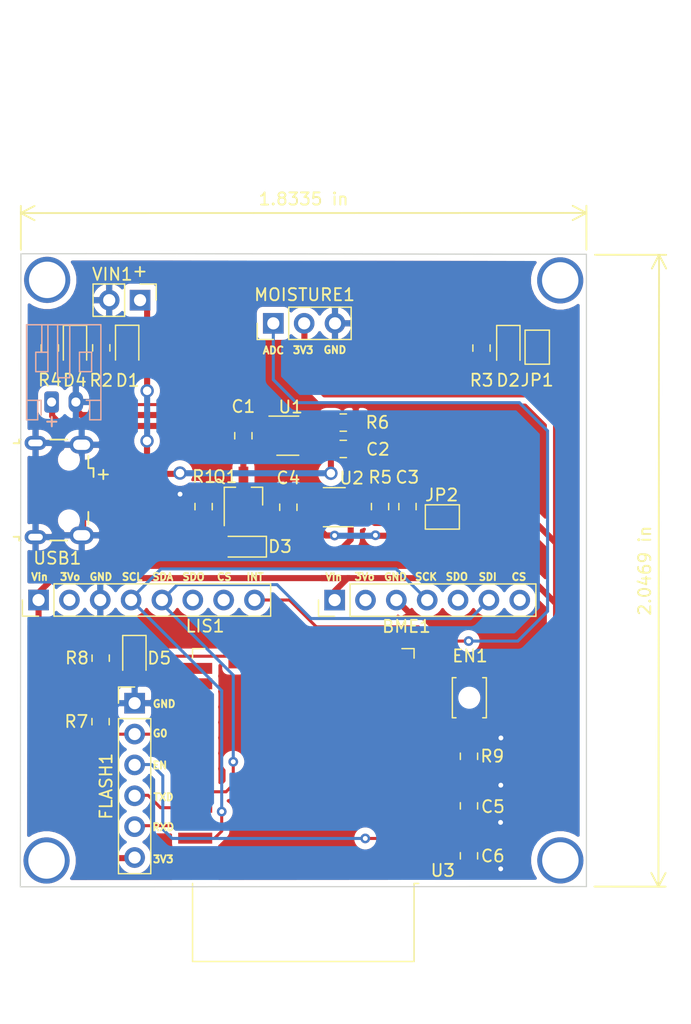
<source format=kicad_pcb>
(kicad_pcb (version 20171130) (host pcbnew "(5.1.9)-1")
  (layers (0 F.Cu signal) (31 B.Cu signal) (34 B.Paste user hide) (35 F.Paste user hide) (36 B.SilkS user) (37 F.SilkS user) (38 B.Mask user hide) (39 F.Mask user) (44 Edge.Cuts user))
  (net 0 "")
  (net 1 GND)
  (net 2 +BATT)
  (net 3 VBUS)
  (net 4 +3V3)
  (net 5 EN)
  (net 6 "Net-(D1-Pad1)")
  (net 7 IO2)
  (net 8 "Net-(D5-Pad1)")
  (net 9 SDA)
  (net 10 SCL)
  (net 11 TX0)
  (net 12 RX0)
  (net 13 IO0)
  (net 14 "Net-(R5-Pad1)")
  (net 15 "Net-(D4-Pad2)")
  (net 16 "Net-(U2-Pad4)")
  (net 17 "Net-(U3-Pad32)")
  (net 18 "Net-(BME1-Pad7)")
  (net 19 "Net-(BME1-Pad5)")
  (net 20 "Net-(BME1-Pad2)")
  (net 21 "Net-(C3-Pad1)")
  (net 22 "Net-(U3-Pad37)")
  (net 23 "Net-(U3-Pad31)")
  (net 24 "Net-(U3-Pad30)")
  (net 25 "Net-(U3-Pad29)")
  (net 26 "Net-(U3-Pad28)")
  (net 27 "Net-(U3-Pad27)")
  (net 28 "Net-(U3-Pad26)")
  (net 29 "Net-(U3-Pad23)")
  (net 30 "Net-(U3-Pad22)")
  (net 31 "Net-(U3-Pad21)")
  (net 32 "Net-(U3-Pad20)")
  (net 33 "Net-(U3-Pad19)")
  (net 34 "Net-(U3-Pad18)")
  (net 35 "Net-(U3-Pad17)")
  (net 36 "Net-(U3-Pad16)")
  (net 37 "Net-(U3-Pad14)")
  (net 38 "Net-(U3-Pad13)")
  (net 39 "Net-(U3-Pad12)")
  (net 40 "Net-(U3-Pad11)")
  (net 41 "Net-(U3-Pad10)")
  (net 42 "Net-(U3-Pad8)")
  (net 43 "Net-(U3-Pad7)")
  (net 44 "Net-(U3-Pad5)")
  (net 45 "Net-(U3-Pad4)")
  (net 46 "Net-(USB1-Pad4)")
  (net 47 "Net-(USB1-Pad3)")
  (net 48 "Net-(USB1-Pad2)")
  (net 49 "Net-(C4-Pad1)")
  (net 50 "Net-(D2-Pad2)")
  (net 51 "Net-(D2-Pad1)")
  (net 52 "Net-(R6-Pad1)")
  (net 53 INT)
  (net 54 "Net-(LIS1-Pad7)")
  (net 55 "Net-(LIS1-Pad6)")
  (net 56 "Net-(LIS1-Pad2)")
  (net 57 ADC1)
  (net 58 "Net-(D4-Pad1)")
  (module MountingHole:MountingHole_2.2mm_M2_DIN965_Pad (layer F.Cu) (at 127.68834 123.15444)
    (fp_text reference H4 hide)
    (fp_text value MountingHole)
    (pad 1 thru_hole circle (at 0 0) (size 3.8 3.8) (drill 3) (layers *.Cu *.Mask))
  )
  (module MountingHole:MountingHole_2.2mm_M2_DIN965_Pad (layer F.Cu) (at 169.99458 123.14682)
    (fp_text reference H3 hide)
    (fp_text value MountingHole)
    (pad 1 thru_hole circle (at 0 0) (size 3.8 3.8) (drill 3) (layers *.Cu *.Mask))
  )
  (module MountingHole:MountingHole_2.2mm_M2_DIN965_Pad (layer F.Cu) (at 169.98188 75.42022)
    (fp_text reference H2 hide)
    (fp_text value MountingHole)
    (pad 1 thru_hole circle (at 0 0) (size 3.8 3.8) (drill 3) (layers *.Cu *.Mask))
  )
  (module MountingHole:MountingHole_2.2mm_M2_DIN965_Pad (layer F.Cu) (at 127.73914 75.37704)
    (fp_text reference H1 hide)
    (fp_text value MountingHole)
    (pad 1 thru_hole circle (at 0 0) (size 3.8 3.8) (drill 3) (layers *.Cu *.Mask))
  )
  (module Connector_PinHeader_2.54mm:PinHeader_1x03_P2.54mm_Vertical (layer F.Cu) (at 146.35988 78.95336 90)
    (fp_text reference MOISTURE1 (at 2.35336 2.57012 180) (layer F.SilkS))
    (fp_text value MOISTURE)
    (pad 3 thru_hole oval (at 0 5.08 90) (size 1.7 1.7) (drill 1) (layers *.Cu *.Mask) (net 1 GND))
    (pad 2 thru_hole oval (at 0 2.54 90) (size 1.7 1.7) (drill 1) (layers *.Cu *.Mask) (net 4 +3V3))
    (pad 1 thru_hole rect (at 0 0 90) (size 1.7 1.7) (drill 1) (layers *.Cu *.Mask) (net 57 ADC1))
  )
  (module Diode_SMD:D_SOD-323_HandSoldering (layer F.Cu) (at 143.89068 97.3328 180)
    (fp_text reference D3 (at -3.02 0.01) (layer F.SilkS))
    (fp_text value 1A/23V/620mV)
    (pad 2 smd rect (at 1.25 0 180) (size 1 1) (layers F.Cu F.Paste F.Mask) (net 3 VBUS))
    (pad 1 smd rect (at -1.25 0 180) (size 1 1) (layers F.Cu F.Paste F.Mask) (net 49 "Net-(C4-Pad1)"))
  )
  (module LED_SMD:LED_0805_2012Metric_Pad1.15x1.40mm_HandSolder (layer F.Cu) (at 165.71 80.99 270)
    (fp_text reference D2 (at 2.65 0.01 180) (layer F.SilkS))
    (fp_text value Red)
    (pad 2 smd roundrect (at 1.025 0 270) (size 1.15 1.4) (layers F.Cu F.Paste F.Mask) (roundrect_rratio 0.2173904347826087) (net 50 "Net-(D2-Pad2)"))
    (pad 1 smd roundrect (at -1.025 0 270) (size 1.15 1.4) (layers F.Cu F.Paste F.Mask) (roundrect_rratio 0.2173904347826087) (net 51 "Net-(D2-Pad1)"))
  )
  (module Jumper:SolderJumper-2_P1.3mm_Open_TrianglePad1.0x1.5mm (layer F.Cu) (at 160.27764 94.88678)
    (fp_text reference JP2 (at -0.05444 -1.80594) (layer F.SilkS))
    (fp_text value SJ)
    (pad 1 smd custom (at -0.725 0) (size 0.3 0.3) (layers F.Cu F.Mask) (net 21 "Net-(C3-Pad1)") (options (clearance outline) (anchor rect)) (primitives (gr_poly (pts (xy -0.5 -0.75) (xy 0.5 -0.75) (xy 1 0) (xy 0.5 0.75) (xy -0.5 0.75)) (width 0))))
    (pad 2 smd custom (at 0.725 0) (size 0.3 0.3) (layers F.Cu F.Mask) (net 4 +3V3) (options (clearance outline) (anchor rect)) (primitives (gr_poly (pts (xy -0.65 -0.75) (xy 0.5 -0.75) (xy 0.5 0.75) (xy -0.65 0.75) (xy -0.15 0)) (width 0))))
  )
  (module LED_SMD:LED_0805_2012Metric_Pad1.15x1.40mm_HandSolder (layer F.Cu) (at 130.03022 80.9789 270)
    (fp_text reference D4 (at 2.65822 0.01524) (layer F.SilkS))
    (fp_text value Green)
    (pad 1 smd roundrect (at -1.025 0 270) (size 1.15 1.4) (layers F.Cu F.Paste F.Mask) (roundrect_rratio 0.2173904347826087) (net 58 "Net-(D4-Pad1)"))
    (pad 2 smd roundrect (at 1.025 0 270) (size 1.15 1.4) (layers F.Cu F.Paste F.Mask) (roundrect_rratio 0.2173904347826087) (net 15 "Net-(D4-Pad2)"))
  )
  (module Package_TO_SOT_SMD:SOT-23-5_HandSoldering (layer F.Cu) (at 147.5538 88.19794)
    (fp_text reference U1 (at 0.23174 -2.35628) (layer F.SilkS))
    (fp_text value MCP73831)
    (pad 5 smd rect (at 1.35 -0.95) (size 1.56 0.65) (layers F.Cu F.Paste F.Mask) (net 52 "Net-(R6-Pad1)"))
    (pad 4 smd rect (at 1.35 0.95) (size 1.56 0.65) (layers F.Cu F.Paste F.Mask) (net 3 VBUS))
    (pad 3 smd rect (at -1.35 0.95) (size 1.56 0.65) (layers F.Cu F.Paste F.Mask) (net 2 +BATT))
    (pad 2 smd rect (at -1.35 0) (size 1.56 0.65) (layers F.Cu F.Paste F.Mask) (net 1 GND))
    (pad 1 smd rect (at -1.35 -0.95) (size 1.56 0.65) (layers F.Cu F.Paste F.Mask) (net 15 "Net-(D4-Pad2)"))
  )
  (module RF_Module:ESP32-WROOM-32 (layer F.Cu) (at 148.83 115.6 180)
    (fp_text reference U3 (at -11.48972 -8.3774 180) (layer F.SilkS))
    (fp_text value ESP32-WROOM-32)
    (pad 39 smd rect (at -1 -0.755 180) (size 5 5) (layers F.Cu F.Paste F.Mask) (net 1 GND))
    (pad 1 smd rect (at -8.5 -8.255 180) (size 2.8 0.9) (drill (offset -0.4 0)) (layers F.Cu F.Paste F.Mask) (net 1 GND))
    (pad 2 smd rect (at -8.5 -6.985 180) (size 2.8 0.9) (drill (offset -0.4 0)) (layers F.Cu F.Paste F.Mask) (net 4 +3V3))
    (pad 3 smd rect (at -8.5 -5.715 180) (size 2.8 0.9) (drill (offset -0.4 0)) (layers F.Cu F.Paste F.Mask) (net 5 EN))
    (pad 4 smd rect (at -8.5 -4.445 180) (size 2.8 0.9) (drill (offset -0.4 0)) (layers F.Cu F.Paste F.Mask) (net 45 "Net-(U3-Pad4)"))
    (pad 5 smd rect (at -8.5 -3.175 180) (size 2.8 0.9) (drill (offset -0.4 0)) (layers F.Cu F.Paste F.Mask) (net 44 "Net-(U3-Pad5)"))
    (pad 6 smd rect (at -8.5 -1.905 180) (size 2.8 0.9) (drill (offset -0.4 0)) (layers F.Cu F.Paste F.Mask) (net 57 ADC1))
    (pad 7 smd rect (at -8.5 -0.635 180) (size 2.8 0.9) (drill (offset -0.4 0)) (layers F.Cu F.Paste F.Mask) (net 43 "Net-(U3-Pad7)"))
    (pad 8 smd rect (at -8.5 0.635 180) (size 2.8 0.9) (drill (offset -0.4 0)) (layers F.Cu F.Paste F.Mask) (net 42 "Net-(U3-Pad8)"))
    (pad 9 smd rect (at -8.5 1.905 180) (size 2.8 0.9) (drill (offset -0.4 0)) (layers F.Cu F.Paste F.Mask) (net 53 INT))
    (pad 10 smd rect (at -8.5 3.175 180) (size 2.8 0.9) (drill (offset -0.4 0)) (layers F.Cu F.Paste F.Mask) (net 41 "Net-(U3-Pad10)"))
    (pad 11 smd rect (at -8.5 4.445 180) (size 2.8 0.9) (drill (offset -0.4 0)) (layers F.Cu F.Paste F.Mask) (net 40 "Net-(U3-Pad11)"))
    (pad 12 smd rect (at -8.5 5.715 180) (size 2.8 0.9) (drill (offset -0.4 0)) (layers F.Cu F.Paste F.Mask) (net 39 "Net-(U3-Pad12)"))
    (pad 13 smd rect (at -8.5 6.985 180) (size 2.8 0.9) (drill (offset -0.4 0)) (layers F.Cu F.Paste F.Mask) (net 38 "Net-(U3-Pad13)"))
    (pad 14 smd rect (at -8.5 8.255 180) (size 2.8 0.9) (drill (offset -0.4 0)) (layers F.Cu F.Paste F.Mask) (net 37 "Net-(U3-Pad14)"))
    (pad 15 smd rect (at -5.715 9.255 270) (size 2.8 0.9) (drill (offset -0.4 0)) (layers F.Cu F.Paste F.Mask) (net 1 GND))
    (pad 16 smd rect (at -4.445 9.255 270) (size 2.8 0.9) (drill (offset -0.4 0)) (layers F.Cu F.Paste F.Mask) (net 36 "Net-(U3-Pad16)"))
    (pad 17 smd rect (at -3.175 9.255 270) (size 2.8 0.9) (drill (offset -0.4 0)) (layers F.Cu F.Paste F.Mask) (net 35 "Net-(U3-Pad17)"))
    (pad 18 smd rect (at -1.905 9.255 270) (size 2.8 0.9) (drill (offset -0.4 0)) (layers F.Cu F.Paste F.Mask) (net 34 "Net-(U3-Pad18)"))
    (pad 19 smd rect (at -0.635 9.255 270) (size 2.8 0.9) (drill (offset -0.4 0)) (layers F.Cu F.Paste F.Mask) (net 33 "Net-(U3-Pad19)"))
    (pad 20 smd rect (at 0.635 9.255 270) (size 2.8 0.9) (drill (offset -0.4 0)) (layers F.Cu F.Paste F.Mask) (net 32 "Net-(U3-Pad20)"))
    (pad 21 smd rect (at 1.905 9.255 270) (size 2.8 0.9) (drill (offset -0.4 0)) (layers F.Cu F.Paste F.Mask) (net 31 "Net-(U3-Pad21)"))
    (pad 22 smd rect (at 3.175 9.255 270) (size 2.8 0.9) (drill (offset -0.4 0)) (layers F.Cu F.Paste F.Mask) (net 30 "Net-(U3-Pad22)"))
    (pad 23 smd rect (at 4.445 9.255 270) (size 2.8 0.9) (drill (offset -0.4 0)) (layers F.Cu F.Paste F.Mask) (net 29 "Net-(U3-Pad23)"))
    (pad 24 smd rect (at 5.715 9.255 270) (size 2.8 0.9) (drill (offset -0.4 0)) (layers F.Cu F.Paste F.Mask) (net 7 IO2))
    (pad 25 smd rect (at 8.5 8.255 180) (size 2.8 0.9) (drill (offset 0.4 0)) (layers F.Cu F.Paste F.Mask) (net 13 IO0))
    (pad 26 smd rect (at 8.5 6.985 180) (size 2.8 0.9) (drill (offset 0.4 0)) (layers F.Cu F.Paste F.Mask) (net 28 "Net-(U3-Pad26)"))
    (pad 27 smd rect (at 8.5 5.715 180) (size 2.8 0.9) (drill (offset 0.4 0)) (layers F.Cu F.Paste F.Mask) (net 27 "Net-(U3-Pad27)"))
    (pad 28 smd rect (at 8.5 4.445 180) (size 2.8 0.9) (drill (offset 0.4 0)) (layers F.Cu F.Paste F.Mask) (net 26 "Net-(U3-Pad28)"))
    (pad 29 smd rect (at 8.5 3.175 180) (size 2.8 0.9) (drill (offset 0.4 0)) (layers F.Cu F.Paste F.Mask) (net 25 "Net-(U3-Pad29)"))
    (pad 30 smd rect (at 8.5 1.905 180) (size 2.8 0.9) (drill (offset 0.4 0)) (layers F.Cu F.Paste F.Mask) (net 24 "Net-(U3-Pad30)"))
    (pad 31 smd rect (at 8.5 0.635 180) (size 2.8 0.9) (drill (offset 0.4 0)) (layers F.Cu F.Paste F.Mask) (net 23 "Net-(U3-Pad31)"))
    (pad 32 smd rect (at 8.5 -0.635 180) (size 2.8 0.9) (drill (offset 0.4 0)) (layers F.Cu F.Paste F.Mask) (net 17 "Net-(U3-Pad32)"))
    (pad 33 smd rect (at 8.5 -1.905 180) (size 2.8 0.9) (drill (offset 0.4 0)) (layers F.Cu F.Paste F.Mask) (net 9 SDA))
    (pad 34 smd rect (at 8.5 -3.175 180) (size 2.8 0.9) (drill (offset 0.4 0)) (layers F.Cu F.Paste F.Mask) (net 12 RX0))
    (pad 35 smd rect (at 8.5 -4.445 180) (size 2.8 0.9) (drill (offset 0.4 0)) (layers F.Cu F.Paste F.Mask) (net 11 TX0))
    (pad 36 smd rect (at 8.5 -5.715 180) (size 2.8 0.9) (drill (offset 0.4 0)) (layers F.Cu F.Paste F.Mask) (net 10 SCL))
    (pad 37 smd rect (at 8.5 -6.985 180) (size 2.8 0.9) (drill (offset 0.4 0)) (layers F.Cu F.Paste F.Mask) (net 22 "Net-(U3-Pad37)"))
    (pad 38 smd rect (at 8.5 -8.255 180) (size 2.8 0.9) (drill (offset 0.4 0)) (layers F.Cu F.Paste F.Mask) (net 1 GND))
  )
  (module Connector_USB:USB_Micro-B_Wuerth_629105150521 (layer F.Cu) (at 128.73 92.67 270)
    (fp_text reference USB1 (at 5.61086 0.15494) (layer F.SilkS))
    (fp_text value USB_B_Micro)
    (pad "" np_thru_hole oval (at 2.5 -0.8 270) (size 0.8 0.8) (drill 0.8) (layers *.Cu *.Mask))
    (pad "" np_thru_hole oval (at -2.5 -0.8 270) (size 0.8 0.8) (drill 0.8) (layers *.Cu *.Mask))
    (pad 6 thru_hole oval (at 3.875 1.95 270) (size 1.15 1.8) (drill oval 0.55 1.2) (layers *.Cu *.Mask) (net 1 GND))
    (pad 6 thru_hole oval (at -3.875 1.95 270) (size 1.15 1.8) (drill oval 0.55 1.2) (layers *.Cu *.Mask) (net 1 GND))
    (pad 6 thru_hole oval (at 3.725 -1.85 270) (size 1.45 2) (drill oval 0.85 1.4) (layers *.Cu *.Mask) (net 1 GND))
    (pad 6 thru_hole oval (at -3.725 -1.85 270) (size 1.45 2) (drill oval 0.85 1.4) (layers *.Cu *.Mask) (net 1 GND))
    (pad 5 smd rect (at 1.3 -1.9 270) (size 0.45 1.7) (drill (offset 0 -0.2)) (layers F.Cu F.Paste F.Mask) (net 1 GND))
    (pad 4 smd rect (at 0.65 -1.9 270) (size 0.45 1.7) (drill (offset 0 -0.2)) (layers F.Cu F.Paste F.Mask) (net 46 "Net-(USB1-Pad4)"))
    (pad 3 smd rect (at 0 -1.9 270) (size 0.45 1.7) (drill (offset 0 -0.2)) (layers F.Cu F.Paste F.Mask) (net 47 "Net-(USB1-Pad3)"))
    (pad 2 smd rect (at -0.65 -1.9 270) (size 0.45 1.7) (drill (offset 0 -0.2)) (layers F.Cu F.Paste F.Mask) (net 48 "Net-(USB1-Pad2)"))
    (pad 1 smd rect (at -1.3 -1.9 270) (size 0.45 1.7) (drill (offset 0 -0.2)) (layers F.Cu F.Paste F.Mask) (net 3 VBUS))
  )
  (module Button_Switch_SMD:SW_SPST_B3U-1000P-B (layer F.Cu) (at 162.5 109.76 270)
    (fp_text reference EN1 (at -3.43306 -0.05238) (layer F.SilkS))
    (fp_text value Switch)
    (pad "" np_thru_hole circle (at 0 0 270) (size 0.8 0.8) (drill 0.8) (layers *.Cu *.Mask))
    (pad 2 smd rect (at 1.7 0 270) (size 1.3 1.7) (drill (offset 0.2 0)) (layers F.Cu F.Paste F.Mask) (net 5 EN))
    (pad 1 smd rect (at -1.7 0 270) (size 1.3 1.7) (drill (offset -0.2 0)) (layers F.Cu F.Paste F.Mask) (net 1 GND))
  )
  (module Connector_PinHeader_2.54mm:PinHeader_1x08_P2.54mm_Vertical (layer F.Cu) (at 127.03 101.72 90)
    (fp_text reference LIS1 (at -2.15 13.71 180) (layer F.SilkS))
    (fp_text value LIS3DH)
    (pad 1 thru_hole rect (at 0 0 90) (size 1.7 1.7) (drill 1) (layers *.Cu *.Mask) (net 4 +3V3))
    (pad 2 thru_hole oval (at 0 2.54 90) (size 1.7 1.7) (drill 1) (layers *.Cu *.Mask) (net 56 "Net-(LIS1-Pad2)"))
    (pad 3 thru_hole oval (at 0 5.08 90) (size 1.7 1.7) (drill 1) (layers *.Cu *.Mask) (net 1 GND))
    (pad 4 thru_hole oval (at 0 7.62 90) (size 1.7 1.7) (drill 1) (layers *.Cu *.Mask) (net 10 SCL))
    (pad 5 thru_hole oval (at 0 10.16 90) (size 1.7 1.7) (drill 1) (layers *.Cu *.Mask) (net 9 SDA))
    (pad 6 thru_hole oval (at 0 12.7 90) (size 1.7 1.7) (drill 1) (layers *.Cu *.Mask) (net 55 "Net-(LIS1-Pad6)"))
    (pad 7 thru_hole oval (at 0 15.24 90) (size 1.7 1.7) (drill 1) (layers *.Cu *.Mask) (net 54 "Net-(LIS1-Pad7)"))
    (pad 8 thru_hole oval (at 0 17.78 90) (size 1.7 1.7) (drill 1) (layers *.Cu *.Mask) (net 53 INT))
  )
  (module Connector_PinHeader_2.54mm:PinHeader_1x02_P2.54mm_Vertical (layer F.Cu) (at 135.38708 77.04836 270)
    (fp_text reference VIN1 (at -2.13 2.28) (layer F.SilkS))
    (fp_text value Conn_01x07)
    (pad 2 thru_hole oval (at 0 2.54 270) (size 1.7 1.7) (drill 1) (layers *.Cu *.Mask) (net 1 GND))
    (pad 1 thru_hole rect (at 0 0 270) (size 1.7 1.7) (drill 1) (layers *.Cu *.Mask) (net 3 VBUS))
  )
  (module Connector_PinHeader_2.54mm:PinHeader_1x06_P2.54mm_Vertical (layer F.Cu) (at 134.94 110.21)
    (fp_text reference FLASH1 (at -2.3495 6.83514 90) (layer F.SilkS))
    (fp_text value Conn_01x07)
    (pad 6 thru_hole oval (at 0 12.7) (size 1.7 1.7) (drill 1) (layers *.Cu *.Mask) (net 4 +3V3))
    (pad 5 thru_hole oval (at 0 10.16) (size 1.7 1.7) (drill 1) (layers *.Cu *.Mask) (net 11 TX0))
    (pad 4 thru_hole oval (at 0 7.62) (size 1.7 1.7) (drill 1) (layers *.Cu *.Mask) (net 12 RX0))
    (pad 3 thru_hole oval (at 0 5.08) (size 1.7 1.7) (drill 1) (layers *.Cu *.Mask) (net 5 EN))
    (pad 2 thru_hole oval (at 0 2.54) (size 1.7 1.7) (drill 1) (layers *.Cu *.Mask) (net 13 IO0))
    (pad 1 thru_hole rect (at 0 0) (size 1.7 1.7) (drill 1) (layers *.Cu *.Mask) (net 1 GND))
  )
  (module Connector_PinHeader_2.54mm:PinHeader_1x07_P2.54mm_Vertical (layer F.Cu) (at 151.41 101.727 90)
    (fp_text reference BME1 (at -2.17 5.91 180) (layer F.SilkS))
    (fp_text value BME680)
    (pad 7 thru_hole oval (at 0 15.24 90) (size 1.7 1.7) (drill 1) (layers *.Cu *.Mask) (net 18 "Net-(BME1-Pad7)"))
    (pad 6 thru_hole oval (at 0 12.7 90) (size 1.7 1.7) (drill 1) (layers *.Cu *.Mask) (net 9 SDA))
    (pad 5 thru_hole oval (at 0 10.16 90) (size 1.7 1.7) (drill 1) (layers *.Cu *.Mask) (net 19 "Net-(BME1-Pad5)"))
    (pad 4 thru_hole oval (at 0 7.62 90) (size 1.7 1.7) (drill 1) (layers *.Cu *.Mask) (net 10 SCL))
    (pad 3 thru_hole oval (at 0 5.08 90) (size 1.7 1.7) (drill 1) (layers *.Cu *.Mask) (net 1 GND))
    (pad 2 thru_hole oval (at 0 2.54 90) (size 1.7 1.7) (drill 1) (layers *.Cu *.Mask) (net 20 "Net-(BME1-Pad2)"))
    (pad 1 thru_hole rect (at 0 0 90) (size 1.7 1.7) (drill 1) (layers *.Cu *.Mask) (net 4 +3V3))
  )
  (module Package_TO_SOT_SMD:SOT-23-5_HandSoldering (layer F.Cu) (at 151.381 94.08226 180)
    (fp_text reference U2 (at -1.4381 2.39334) (layer F.SilkS))
    (fp_text value AP2112K-3.3)
    (pad 5 smd rect (at 1.35 -0.95 180) (size 1.56 0.65) (layers F.Cu F.Paste F.Mask) (net 21 "Net-(C3-Pad1)"))
    (pad 4 smd rect (at 1.35 0.95 180) (size 1.56 0.65) (layers F.Cu F.Paste F.Mask) (net 16 "Net-(U2-Pad4)"))
    (pad 3 smd rect (at -1.35 0.95 180) (size 1.56 0.65) (layers F.Cu F.Paste F.Mask) (net 14 "Net-(R5-Pad1)"))
    (pad 2 smd rect (at -1.35 0 180) (size 1.56 0.65) (layers F.Cu F.Paste F.Mask) (net 1 GND))
    (pad 1 smd rect (at -1.35 -0.95 180) (size 1.56 0.65) (layers F.Cu F.Paste F.Mask) (net 49 "Net-(C4-Pad1)"))
  )
  (module Resistor_SMD:R_0805_2012Metric_Pad1.15x1.40mm_HandSolder (layer F.Cu) (at 163.5 80.99 270)
    (fp_text reference R3 (at 2.65 -0.01 180) (layer F.SilkS))
    (fp_text value 1K)
    (pad 1 smd roundrect (at -1.025 0 270) (size 1.15 1.4) (layers F.Cu F.Paste F.Mask) (roundrect_rratio 0.2173904347826087) (net 51 "Net-(D2-Pad1)"))
    (pad 2 smd roundrect (at 1.025 0 270) (size 1.15 1.4) (layers F.Cu F.Paste F.Mask) (roundrect_rratio 0.2173904347826087) (net 1 GND))
  )
  (module Jumper:SolderJumper-2_P1.3mm_Open_TrianglePad1.0x1.5mm (layer F.Cu) (at 168.09 80.915 270)
    (fp_text reference JP1 (at 2.715 0.01 180) (layer F.SilkS))
    (fp_text value SJ)
    (pad 1 smd custom (at -0.725 0 270) (size 0.3 0.3) (layers F.Cu F.Mask) (net 4 +3V3) (options (clearance outline) (anchor rect)) (primitives (gr_poly (pts (xy -0.5 -0.75) (xy 0.5 -0.75) (xy 1 0) (xy 0.5 0.75) (xy -0.5 0.75)) (width 0))))
    (pad 2 smd custom (at 0.725 0 270) (size 0.3 0.3) (layers F.Cu F.Mask) (net 50 "Net-(D2-Pad2)") (options (clearance outline) (anchor rect)) (primitives (gr_poly (pts (xy -0.65 -0.75) (xy 0.5 -0.75) (xy 0.5 0.75) (xy -0.65 0.75) (xy -0.15 0)) (width 0))))
  )
  (module LED_SMD:LED_0805_2012Metric_Pad1.15x1.40mm_HandSolder (layer F.Cu) (at 134.91972 106.49828 270)
    (fp_text reference D5 (at 0.00646 -2.0447 180) (layer F.SilkS))
    (fp_text value Blue)
    (pad 1 smd roundrect (at -1.025 0 270) (size 1.15 1.4) (layers F.Cu F.Paste F.Mask) (roundrect_rratio 0.2173904347826087) (net 8 "Net-(D5-Pad1)"))
    (pad 2 smd roundrect (at 1.025 0 270) (size 1.15 1.4) (layers F.Cu F.Paste F.Mask) (roundrect_rratio 0.2173904347826087) (net 7 IO2))
  )
  (module Connector_JST:JST_PH_S2B-PH-K_1x02_P2.00mm_Horizontal (layer B.Cu) (at 128.1 85.43)
    (fp_text reference BATTERY1 hide)
    (fp_text value LiPo)
    (pad 2 thru_hole oval (at 2 0) (size 1.2 1.75) (drill 0.75) (layers *.Cu *.Mask) (net 1 GND))
    (pad 1 thru_hole roundrect (at 0 0) (size 1.2 1.75) (drill 0.75) (layers *.Cu *.Mask) (roundrect_rratio 0.2083325) (net 2 +BATT))
  )
  (module Resistor_SMD:R_0805_2012Metric_Pad1.15x1.40mm_HandSolder (layer F.Cu) (at 132.13588 111.72952 90)
    (fp_text reference R7 (at 0.00508 -1.9939 180) (layer F.SilkS))
    (fp_text value 10K)
    (pad 1 smd roundrect (at -1.025 0 90) (size 1.15 1.4) (layers F.Cu F.Paste F.Mask) (roundrect_rratio 0.2173904347826087) (net 13 IO0))
    (pad 2 smd roundrect (at 1.025 0 90) (size 1.15 1.4) (layers F.Cu F.Paste F.Mask) (roundrect_rratio 0.2173904347826087) (net 4 +3V3))
  )
  (module Resistor_SMD:R_0805_2012Metric_Pad1.15x1.40mm_HandSolder (layer F.Cu) (at 162.47 114.58 90)
    (fp_text reference R9 (at 0.01 1.92 180) (layer F.SilkS))
    (fp_text value 10K)
    (pad 2 smd roundrect (at 1.025 0 90) (size 1.15 1.4) (layers F.Cu F.Paste F.Mask) (roundrect_rratio 0.2173904347826087) (net 5 EN))
    (pad 1 smd roundrect (at -1.025 0 90) (size 1.15 1.4) (layers F.Cu F.Paste F.Mask) (roundrect_rratio 0.2173904347826087) (net 4 +3V3))
  )
  (module Resistor_SMD:R_0805_2012Metric_Pad1.15x1.40mm_HandSolder (layer F.Cu) (at 132.14604 106.50474 270)
    (fp_text reference R8 (at -0.01016 1.95072 180) (layer F.SilkS))
    (fp_text value 1K)
    (pad 1 smd roundrect (at -1.025 0 270) (size 1.15 1.4) (layers F.Cu F.Paste F.Mask) (roundrect_rratio 0.2173904347826087) (net 8 "Net-(D5-Pad1)"))
    (pad 2 smd roundrect (at 1.025 0 270) (size 1.15 1.4) (layers F.Cu F.Paste F.Mask) (roundrect_rratio 0.2173904347826087) (net 1 GND))
  )
  (module Resistor_SMD:R_0805_2012Metric_Pad1.15x1.40mm_HandSolder (layer F.Cu) (at 152.12 87.12)
    (fp_text reference R6 (at 2.8146 -0.01) (layer F.SilkS))
    (fp_text value 1.0K)
    (pad 1 smd roundrect (at -1.025 0) (size 1.15 1.4) (layers F.Cu F.Paste F.Mask) (roundrect_rratio 0.2173904347826087) (net 52 "Net-(R6-Pad1)"))
    (pad 2 smd roundrect (at 1.025 0) (size 1.15 1.4) (layers F.Cu F.Paste F.Mask) (roundrect_rratio 0.2173904347826087) (net 1 GND))
  )
  (module Resistor_SMD:R_0805_2012Metric_Pad1.15x1.40mm_HandSolder (layer F.Cu) (at 127.95504 80.9789 90)
    (fp_text reference R4 (at -2.6506 0.01016 180) (layer F.SilkS))
    (fp_text value 1K)
    (pad 1 smd roundrect (at -1.025 0 90) (size 1.15 1.4) (layers F.Cu F.Paste F.Mask) (roundrect_rratio 0.2173904347826087) (net 1 GND))
    (pad 2 smd roundrect (at 1.025 0 90) (size 1.15 1.4) (layers F.Cu F.Paste F.Mask) (roundrect_rratio 0.2173904347826087) (net 58 "Net-(D4-Pad1)"))
  )
  (module Resistor_SMD:R_0805_2012Metric_Pad1.15x1.40mm_HandSolder (layer F.Cu) (at 155.1484 94.0303 270)
    (fp_text reference R5 (at -2.40792 -0.01524 180) (layer F.SilkS))
    (fp_text value 100K)
    (pad 2 smd roundrect (at 1.025 0 270) (size 1.15 1.4) (layers F.Cu F.Paste F.Mask) (roundrect_rratio 0.2173904347826087) (net 49 "Net-(C4-Pad1)"))
    (pad 1 smd roundrect (at -1.025 0 270) (size 1.15 1.4) (layers F.Cu F.Paste F.Mask) (roundrect_rratio 0.2173904347826087) (net 14 "Net-(R5-Pad1)"))
  )
  (module Resistor_SMD:R_0805_2012Metric_Pad1.15x1.40mm_HandSolder (layer F.Cu) (at 132.19176 80.9715 90)
    (fp_text reference R2 (at -2.675 0 180) (layer F.SilkS))
    (fp_text value 1K)
    (pad 2 smd roundrect (at 1.025 0 90) (size 1.15 1.4) (layers F.Cu F.Paste F.Mask) (roundrect_rratio 0.2173904347826087) (net 6 "Net-(D1-Pad1)"))
    (pad 1 smd roundrect (at -1.025 0 90) (size 1.15 1.4) (layers F.Cu F.Paste F.Mask) (roundrect_rratio 0.2173904347826087) (net 15 "Net-(D4-Pad2)"))
  )
  (module Resistor_SMD:R_0805_2012Metric_Pad1.15x1.40mm_HandSolder (layer F.Cu) (at 140.62 94.035 270)
    (fp_text reference R1 (at -2.47 -0.03 180) (layer F.SilkS))
    (fp_text value 10K)
    (pad 2 smd roundrect (at 1.025 0 270) (size 1.15 1.4) (layers F.Cu F.Paste F.Mask) (roundrect_rratio 0.2173904347826087) (net 3 VBUS))
    (pad 1 smd roundrect (at -1.025 0 270) (size 1.15 1.4) (layers F.Cu F.Paste F.Mask) (roundrect_rratio 0.2173904347826087) (net 1 GND))
  )
  (module Package_TO_SOT_SMD:SOT-23_Handsoldering (layer F.Cu) (at 143.9 93.2 90)
    (fp_text reference Q1 (at 1.62538 -1.49744 180) (layer F.SilkS))
    (fp_text value 2.5A/30V)
    (pad 1 smd rect (at -1.5 -0.95 90) (size 1.9 0.8) (layers F.Cu F.Paste F.Mask) (net 3 VBUS))
    (pad 2 smd rect (at -1.5 0.95 90) (size 1.9 0.8) (layers F.Cu F.Paste F.Mask) (net 49 "Net-(C4-Pad1)"))
    (pad 3 smd rect (at 1.5 0 90) (size 1.9 0.8) (layers F.Cu F.Paste F.Mask) (net 2 +BATT))
  )
  (module LED_SMD:LED_0805_2012Metric_Pad1.15x1.40mm_HandSolder (layer F.Cu) (at 134.32536 80.9727 270)
    (fp_text reference D1 (at 2.68 -0.03 180) (layer F.SilkS))
    (fp_text value Red)
    (pad 1 smd roundrect (at -1.025 0 270) (size 1.15 1.4) (layers F.Cu F.Paste F.Mask) (roundrect_rratio 0.2173904347826087) (net 6 "Net-(D1-Pad1)"))
    (pad 2 smd roundrect (at 1.025 0 270) (size 1.15 1.4) (layers F.Cu F.Paste F.Mask) (roundrect_rratio 0.2173904347826087) (net 3 VBUS))
  )
  (module Capacitor_SMD:C_0805_2012Metric_Pad1.15x1.40mm_HandSolder (layer F.Cu) (at 162.47 122.77 270)
    (fp_text reference C6 (at 0.01384 -1.96102 180) (layer F.SilkS))
    (fp_text value 10uF/10V)
    (pad 2 smd roundrect (at 1.025 0 270) (size 1.15 1.4) (layers F.Cu F.Paste F.Mask) (roundrect_rratio 0.2173904347826087) (net 1 GND))
    (pad 1 smd roundrect (at -1.025 0 270) (size 1.15 1.4) (layers F.Cu F.Paste F.Mask) (roundrect_rratio 0.2173904347826087) (net 4 +3V3))
  )
  (module Capacitor_SMD:C_0805_2012Metric_Pad1.15x1.40mm_HandSolder (layer F.Cu) (at 162.47 118.66 90)
    (fp_text reference C5 (at -0.06722 1.97) (layer F.SilkS))
    (fp_text value 0.1uF/50V)
    (pad 2 smd roundrect (at 1.025 0 90) (size 1.15 1.4) (layers F.Cu F.Paste F.Mask) (roundrect_rratio 0.2173904347826087) (net 1 GND))
    (pad 1 smd roundrect (at -1.025 0 90) (size 1.15 1.4) (layers F.Cu F.Paste F.Mask) (roundrect_rratio 0.2173904347826087) (net 4 +3V3))
  )
  (module Capacitor_SMD:C_0805_2012Metric_Pad1.15x1.40mm_HandSolder (layer F.Cu) (at 147.59722 94.08794 90)
    (fp_text reference C4 (at 2.40918 -0.0021 180) (layer F.SilkS))
    (fp_text value 1.0uF/6.3V)
    (pad 2 smd roundrect (at 1.025 0 90) (size 1.15 1.4) (layers F.Cu F.Paste F.Mask) (roundrect_rratio 0.2173904347826087) (net 1 GND))
    (pad 1 smd roundrect (at -1.025 0 90) (size 1.15 1.4) (layers F.Cu F.Paste F.Mask) (roundrect_rratio 0.2173904347826087) (net 49 "Net-(C4-Pad1)"))
  )
  (module Capacitor_SMD:C_0805_2012Metric_Pad1.15x1.40mm_HandSolder (layer F.Cu) (at 157.40646 94.03284 90)
    (fp_text reference C3 (at 2.41046 -0.0127 180) (layer F.SilkS))
    (fp_text value 1.0uF/6.3V)
    (pad 2 smd roundrect (at 1.025 0 90) (size 1.15 1.4) (layers F.Cu F.Paste F.Mask) (roundrect_rratio 0.2173904347826087) (net 1 GND))
    (pad 1 smd roundrect (at -1.025 0 90) (size 1.15 1.4) (layers F.Cu F.Paste F.Mask) (roundrect_rratio 0.2173904347826087) (net 21 "Net-(C3-Pad1)"))
  )
  (module Capacitor_SMD:C_0805_2012Metric_Pad1.15x1.40mm_HandSolder (layer F.Cu) (at 152.12 89.29)
    (fp_text reference C2 (at 2.85 0.03) (layer F.SilkS))
    (fp_text value 4.7uF/6.3V)
    (pad 2 smd roundrect (at 1.025 0) (size 1.15 1.4) (layers F.Cu F.Paste F.Mask) (roundrect_rratio 0.2173904347826087) (net 1 GND))
    (pad 1 smd roundrect (at -1.025 0) (size 1.15 1.4) (layers F.Cu F.Paste F.Mask) (roundrect_rratio 0.2173904347826087) (net 3 VBUS))
  )
  (module Capacitor_SMD:C_0805_2012Metric_Pad1.15x1.40mm_HandSolder (layer F.Cu) (at 143.89398 88.20284 90)
    (fp_text reference C1 (at 2.40436 -0.0048 180) (layer F.SilkS))
    (fp_text value 4.7uF/6.3V)
    (pad 2 smd roundrect (at 1.025 0 90) (size 1.15 1.4) (layers F.Cu F.Paste F.Mask) (roundrect_rratio 0.2173904347826087) (net 1 GND))
    (pad 1 smd roundrect (at -1.025 0 90) (size 1.15 1.4) (layers F.Cu F.Paste F.Mask) (roundrect_rratio 0.2173904347826087) (net 2 +BATT))
  )
  (dimension 46.570001 (width 0.15) (layer F.SilkS) (gr_text "46.570 mm" (at 148.854073 68.574988 0.01230315195) (layer F.SilkS) (effects (font (size 1 1) (thickness 0.15)))) (feature1 (pts (xy 172.14 72.89) (xy 172.139226 69.283567))) (feature2 (pts (xy 125.57 72.9) (xy 125.569226 69.293567))) (crossbar (pts (xy 125.569352 69.879988) (xy 172.139352 69.869988))) (arrow1a (pts (xy 172.139352 69.869988) (xy 171.012974 70.456651))) (arrow1b (pts (xy 172.139352 69.869988) (xy 171.012722 69.283809))) (arrow2a (pts (xy 125.569352 69.879988) (xy 126.695982 70.466167))) (arrow2b (pts (xy 125.569352 69.879988) (xy 126.69573 69.293325))))
  (dimension 51.990024 (width 0.15) (layer F.SilkS) (gr_text "51.990 mm" (at 179.395006 99.311318 89.94489732) (layer F.SilkS) (effects (font (size 1 1) (thickness 0.15)))) (feature1 (pts (xy 172.8 125.3) (xy 178.656427 125.305632))) (feature2 (pts (xy 172.85 73.31) (xy 178.706427 73.315632))) (crossbar (pts (xy 178.120007 73.315068) (xy 178.070007 125.305068))) (arrow1a (pts (xy 178.070007 125.305068) (xy 177.48467 124.178001))) (arrow1b (pts (xy 178.070007 125.305068) (xy 178.657511 124.179129))) (arrow2a (pts (xy 178.120007 73.315068) (xy 177.532503 74.441007))) (arrow2b (pts (xy 178.120007 73.315068) (xy 178.705344 74.442135))))
  (gr_text + (at 128.12 86.97) (layer F.SilkS) (effects (font (size 1 1))))
  (gr_text + (at 132.36194 91.31808) (layer F.SilkS) (effects (font (size 1 1))))
  (gr_line (start 125.58 73.23) (end 133.604 73.22312) (layer Edge.Cuts) (width 0.1))
  (gr_text + (at 135.38 74.62) (layer F.SilkS) (effects (font (size 1 1))))
  (gr_text 3V3 (at 148.81606 81.15808) (layer F.SilkS) (effects (font (size 0.6 0.6))))
  (gr_text + (at 128.12 87.12 180) (layer B.SilkS) (effects (font (size 1 1)) (justify mirror)))
  (gr_text INT (at 144.85346 99.81964) (layer F.SilkS) (effects (font (size 0.6 0.6))))
  (gr_text CS (at 142.32108 99.81456) (layer F.SilkS) (effects (font (size 0.6 0.6))))
  (gr_text SDO (at 139.78616 99.8171) (layer F.SilkS) (effects (font (size 0.6 0.6))))
  (gr_text 3Vo (at 129.6287 99.8171) (layer F.SilkS) (effects (font (size 0.6 0.6))))
  (gr_text CS (at 166.58 99.82) (layer F.SilkS) (effects (font (size 0.6 0.6))))
  (gr_text SDO (at 161.47188 99.80456) (layer F.SilkS) (effects (font (size 0.6 0.6))))
  (gr_text 3Vo (at 153.87728 99.80456) (layer F.SilkS) (effects (font (size 0.6 0.6))))
  (gr_text GND (at 151.43226 81.14284) (layer F.SilkS) (effects (font (size 0.6 0.6))))
  (gr_text ADC (at 146.3675 81.1784) (layer F.SilkS) (effects (font (size 0.6 0.6))))
  (gr_text 3V3 (at 137.29618 123.04998) (layer F.SilkS) (effects (font (size 0.6 0.6))))
  (gr_text RXD (at 137.29618 120.40838) (layer F.SilkS) (effects (font (size 0.6 0.6))))
  (gr_text TXD (at 137.31396 117.94204) (layer F.SilkS) (effects (font (size 0.6 0.6))))
  (gr_text EN (at 137.0117 115.3233) (layer F.SilkS) (effects (font (size 0.6 0.6))))
  (gr_text G0 (at 137.04218 112.69694) (layer F.SilkS) (effects (font (size 0.6 0.6))))
  (gr_text GND (at 137.37238 110.27124) (layer F.SilkS) (effects (font (size 0.6 0.6))))
  (gr_text SDA (at 137.25632 99.81456) (layer F.SilkS) (effects (font (size 0.6 0.6))))
  (gr_text SCL (at 134.73664 99.81456) (layer F.SilkS) (effects (font (size 0.6 0.6))))
  (gr_text GND (at 132.16362 99.8171) (layer F.SilkS) (effects (font (size 0.6 0.6))))
  (gr_text Vin (at 127.1141 99.8171) (layer F.SilkS) (effects (font (size 0.6 0.6))))
  (gr_text SDI (at 164.01188 99.82) (layer F.SilkS) (effects (font (size 0.6 0.6))))
  (gr_text SCK (at 158.92934 99.81) (layer F.SilkS) (effects (font (size 0.6 0.6))))
  (gr_text GND (at 156.41728 99.82) (layer F.SilkS) (effects (font (size 0.6 0.6))))
  (gr_text Vin (at 151.33728 99.82996) (layer F.SilkS) (effects (font (size 0.6 0.6))))
  (gr_line (start 125.53 125.32) (end 125.57828 73.23) (layer Edge.Cuts) (width 0.1))
  (gr_line (start 172.14 125.3) (end 125.53 125.32) (layer Edge.Cuts) (width 0.1))
  (gr_line (start 172.14 73.27) (end 172.14 125.3) (layer Edge.Cuts) (width 0.1))
  (gr_line (start 133.604 73.22312) (end 172.14 73.27) (layer Edge.Cuts) (width 0.1))
  (segment (start 161.84256 107.36442) (end 163.08832 107.36442) (width 0.25) (layer F.Cu) (net 1))
  (segment (start 148.4084 94.08226) (end 152.63448 94.08226) (width 0.5) (layer F.Cu) (net 1))
  (segment (start 147.46478 93.13864) (end 148.4084 94.08226) (width 0.5) (layer F.Cu) (net 1))
  (via (at 165.07 120.02) (size 0.8) (drill 0.4) (layers F.Cu B.Cu) (net 1))
  (via (at 165.100002 113.07) (size 0.8) (drill 0.4) (layers F.Cu B.Cu) (net 1))
  (segment (start 153.44322 87.1843) (end 153.13 86.87108) (width 0.25) (layer F.Cu) (net 1))
  (segment (start 165.05 123.81) (end 165.08 123.84) (width 0.25) (layer F.Cu) (net 1))
  (segment (start 162.41 123.81) (end 165.05 123.81) (width 0.25) (layer F.Cu) (net 1))
  (segment (start 165.07 123.83) (end 165.08 123.84) (width 0.25) (layer B.Cu) (net 1))
  (segment (start 165.07 120.02) (end 165.07 123.83) (width 0.25) (layer B.Cu) (net 1))
  (via (at 165.08 123.84) (size 0.8) (drill 0.4) (layers F.Cu B.Cu) (net 1))
  (segment (start 165.100002 108.870002) (end 165.100002 113.07) (width 0.25) (layer F.Cu) (net 1))
  (segment (start 162.69 107.87) (end 164.1 107.87) (width 0.25) (layer F.Cu) (net 1))
  (segment (start 164.1 107.87) (end 165.100002 108.870002) (width 0.25) (layer F.Cu) (net 1))
  (segment (start 162.5 108.06) (end 162.69 107.87) (width 0.25) (layer F.Cu) (net 1))
  (segment (start 165.100002 104.840002) (end 165.100002 108.870002) (width 0.25) (layer F.Cu) (net 1))
  (segment (start 163.45258 103.19258) (end 165.100002 104.840002) (width 0.25) (layer F.Cu) (net 1))
  (segment (start 157.98258 103.19258) (end 163.45258 103.19258) (width 0.25) (layer F.Cu) (net 1))
  (segment (start 135.02386 109.94136) (end 134.9629 109.8804) (width 0.5) (layer F.Cu) (net 1))
  (via (at 165.09 116.95668) (size 0.8) (drill 0.4) (layers F.Cu B.Cu) (net 1))
  (segment (start 165.07 120.02) (end 165.07 116.97668) (width 0.25) (layer F.Cu) (net 1))
  (segment (start 165.07 116.97668) (end 165.09 116.95668) (width 0.25) (layer F.Cu) (net 1))
  (segment (start 165.100002 113.07) (end 165.100002 116.946678) (width 0.25) (layer B.Cu) (net 1))
  (segment (start 165.100002 116.946678) (end 165.09 116.95668) (width 0.25) (layer B.Cu) (net 1))
  (segment (start 130.83 93.95) (end 130.83 95.965) (width 0.25) (layer F.Cu) (net 1))
  (segment (start 130.85 93.93) (end 130.83 93.95) (width 0.25) (layer F.Cu) (net 1))
  (segment (start 146.13678 88.20322) (end 146.19 88.15) (width 0.5) (layer F.Cu) (net 1))
  (segment (start 143.99784 87.17784) (end 145.02322 88.20322) (width 0.5) (layer F.Cu) (net 1))
  (segment (start 145.02322 88.20322) (end 146.13678 88.20322) (width 0.5) (layer F.Cu) (net 1))
  (segment (start 143.89398 87.17784) (end 143.99784 87.17784) (width 0.5) (layer F.Cu) (net 1))
  (via (at 138.68118 93.01) (size 0.8) (drill 0.4) (layers F.Cu B.Cu) (net 1))
  (segment (start 140.65 93.01) (end 138.68118 93.01) (width 0.25) (layer F.Cu) (net 1))
  (segment (start 136.74062 93.01) (end 138.68118 93.01) (width 0.25) (layer B.Cu) (net 1))
  (segment (start 133.30174 96.44888) (end 136.74062 93.01) (width 0.25) (layer B.Cu) (net 1))
  (segment (start 130.49888 96.44888) (end 133.30174 96.44888) (width 0.25) (layer B.Cu) (net 1))
  (segment (start 130.37 96.32) (end 130.49888 96.44888) (width 0.25) (layer B.Cu) (net 1))
  (segment (start 147.54 93.00572) (end 147.59722 93.06294) (width 0.5) (layer F.Cu) (net 1))
  (segment (start 147.54 88.58) (end 147.54 93.00572) (width 0.5) (layer F.Cu) (net 1))
  (segment (start 147.15794 88.19794) (end 147.54 88.58) (width 0.5) (layer F.Cu) (net 1))
  (segment (start 146.2038 88.19794) (end 147.15794 88.19794) (width 0.5) (layer F.Cu) (net 1))
  (segment (start 143.18 86.5) (end 143.89 87.21) (width 0.5) (layer F.Cu) (net 1))
  (segment (start 130.56392 86.5) (end 143.18 86.5) (width 0.5) (layer F.Cu) (net 1))
  (segment (start 130.1 86.03608) (end 130.56392 86.5) (width 0.5) (layer F.Cu) (net 1))
  (segment (start 130.1 85.43) (end 130.1 86.03608) (width 0.5) (layer F.Cu) (net 1))
  (segment (start 157.53334 102.74334) (end 157.53334 102.74554) (width 0.5) (layer F.Cu) (net 1))
  (segment (start 156.49 101.7) (end 157.53334 102.74334) (width 0.5) (layer F.Cu) (net 1))
  (segment (start 157.53334 102.74334) (end 157.98258 103.19258) (width 0.25) (layer F.Cu) (net 1))
  (segment (start 146.14216 89.22784) (end 146.19 89.18) (width 0.5) (layer F.Cu) (net 2))
  (segment (start 143.89398 89.22784) (end 146.14216 89.22784) (width 0.5) (layer F.Cu) (net 2))
  (segment (start 143.89398 89.22784) (end 143.89398 91.99398) (width 0.5) (layer F.Cu) (net 2))
  (segment (start 143.89398 91.99398) (end 144.02 92.12) (width 0.5) (layer F.Cu) (net 2))
  (segment (start 142.34 89.29) (end 143.97 89.29) (width 0.5) (layer F.Cu) (net 2))
  (segment (start 140.45 87.4) (end 142.34 89.29) (width 0.5) (layer F.Cu) (net 2))
  (segment (start 128.97 87.4) (end 140.45 87.4) (width 0.5) (layer F.Cu) (net 2))
  (segment (start 128.15 86.58) (end 128.97 87.4) (width 0.5) (layer F.Cu) (net 2))
  (segment (start 128.15 85.1) (end 128.15 86.58) (width 0.5) (layer F.Cu) (net 2))
  (segment (start 151.25794 89.14794) (end 151.32 89.21) (width 0.5) (layer F.Cu) (net 3))
  (segment (start 148.9038 89.14794) (end 151.25794 89.14794) (width 0.5) (layer F.Cu) (net 3))
  (segment (start 142.64 97.45) (end 142.64 97.3) (width 0.5) (layer F.Cu) (net 3))
  (segment (start 142.79 97.32) (end 142.77 97.34) (width 0.5) (layer F.Cu) (net 3))
  (segment (start 142.89 97.32) (end 142.79 97.32) (width 0.5) (layer F.Cu) (net 3))
  (segment (start 142.93 97.28) (end 142.89 97.32) (width 0.5) (layer F.Cu) (net 3))
  (segment (start 142.93 95.13) (end 142.93 97.28) (width 0.5) (layer F.Cu) (net 3))
  (via (at 151.1 91.29) (size 1.1) (drill 0.7) (layers F.Cu B.Cu) (net 3))
  (segment (start 151.13 89.45) (end 151.1 89.48) (width 0.5) (layer F.Cu) (net 3))
  (segment (start 151.1 89.48) (end 151.1 91.29) (width 0.5) (layer F.Cu) (net 3))
  (segment (start 132.14 91.35) (end 136.12 91.35) (width 0.5) (layer F.Cu) (net 3))
  (segment (start 142.92 95.2) (end 142.92 95.53) (width 0.5) (layer F.Cu) (net 3))
  (segment (start 142.79 95.07) (end 142.92 95.2) (width 0.5) (layer F.Cu) (net 3))
  (segment (start 141.12 95.07) (end 142.79 95.07) (width 0.5) (layer F.Cu) (net 3))
  (segment (start 140.93 95.26) (end 141.12 95.07) (width 0.5) (layer F.Cu) (net 3))
  (via (at 135.97 84.50499) (size 1.1) (drill 0.7) (layers F.Cu B.Cu) (net 3))
  (via (at 135.96 88.63) (size 1.1) (drill 0.7) (layers F.Cu B.Cu) (net 3))
  (segment (start 135.97 84.50499) (end 135.97 88.62) (width 0.5) (layer B.Cu) (net 3))
  (segment (start 135.97 88.62) (end 135.96 88.63) (width 0.5) (layer B.Cu) (net 3))
  (segment (start 135.96 93.73) (end 135.96 88.63) (width 0.5) (layer F.Cu) (net 3))
  (segment (start 137.30728 95.07728) (end 135.96 93.73) (width 0.5) (layer F.Cu) (net 3))
  (segment (start 140.15728 95.07728) (end 137.30728 95.07728) (width 0.5) (layer F.Cu) (net 3))
  (segment (start 140.39 95.31) (end 140.15728 95.07728) (width 0.5) (layer F.Cu) (net 3))
  (via (at 138.67638 91.2749) (size 1.1) (drill 0.7) (layers F.Cu B.Cu) (net 3))
  (segment (start 138.61128 91.34) (end 138.67638 91.2749) (width 0.5) (layer F.Cu) (net 3))
  (segment (start 136 91.34) (end 138.61128 91.34) (width 0.5) (layer F.Cu) (net 3))
  (segment (start 151.1 91.29) (end 138.69148 91.29) (width 0.5) (layer B.Cu) (net 3))
  (segment (start 138.69148 91.29) (end 138.67638 91.2749) (width 0.5) (layer B.Cu) (net 3))
  (segment (start 135.97 82.0839) (end 135.97 84.50499) (width 0.5) (layer F.Cu) (net 3))
  (segment (start 135.97 77.14106) (end 135.97 82.0839) (width 0.5) (layer F.Cu) (net 3))
  (segment (start 135.50462 76.72) (end 135.52678 76.69784) (width 0.5) (layer F.Cu) (net 3))
  (segment (start 135.52678 76.69784) (end 135.97 77.14106) (width 0.5) (layer F.Cu) (net 3))
  (segment (start 134.98 76.72) (end 135.50462 76.72) (width 0.5) (layer F.Cu) (net 3))
  (segment (start 135.8838 81.9977) (end 135.97 82.0839) (width 0.5) (layer F.Cu) (net 3))
  (segment (start 134.32536 81.9977) (end 135.8838 81.9977) (width 0.5) (layer F.Cu) (net 3))
  (segment (start 134.32722 91.37142) (end 134.33864 91.36) (width 0.4) (layer F.Cu) (net 3))
  (segment (start 131.44142 91.37142) (end 134.32722 91.37142) (width 0.4) (layer F.Cu) (net 3))
  (segment (start 131.43 91.36) (end 131.44142 91.37142) (width 0.4) (layer F.Cu) (net 3))
  (segment (start 159.49978 122.585) (end 160.32478 121.76) (width 0.5) (layer F.Cu) (net 4))
  (segment (start 160.32478 121.76) (end 162.20172 121.76) (width 0.5) (layer F.Cu) (net 4))
  (segment (start 157.12172 122.585) (end 159.49978 122.585) (width 0.5) (layer F.Cu) (net 4))
  (segment (start 162.49 121.47172) (end 162.20172 121.76) (width 0.5) (layer F.Cu) (net 4))
  (segment (start 162.49 119.91328) (end 162.49 121.47172) (width 0.5) (layer F.Cu) (net 4))
  (segment (start 162.26172 119.685) (end 162.49 119.91328) (width 0.5) (layer F.Cu) (net 4))
  (segment (start 166.94852 99.91852) (end 166.95 99.92) (width 0.5) (layer F.Cu) (net 4))
  (segment (start 150.92852 99.91852) (end 151.28654 99.91852) (width 0.5) (layer F.Cu) (net 4))
  (segment (start 150.34148 99.91852) (end 150.92852 99.91852) (width 0.5) (layer F.Cu) (net 4))
  (segment (start 151.28654 99.91852) (end 131.55148 99.91852) (width 0.5) (layer F.Cu) (net 4))
  (segment (start 153.78148 99.91852) (end 154.45852 99.91852) (width 0.5) (layer F.Cu) (net 4))
  (segment (start 154.45852 99.91852) (end 166.94852 99.91852) (width 0.5) (layer F.Cu) (net 4))
  (segment (start 151.28654 99.91852) (end 154.45852 99.91852) (width 0.5) (layer F.Cu) (net 4))
  (segment (start 127.03 101.72) (end 127.03 101.12) (width 0.5) (layer F.Cu) (net 4))
  (segment (start 128.23148 99.91852) (end 131.55148 99.91852) (width 0.5) (layer F.Cu) (net 4))
  (segment (start 127.03 101.12) (end 128.23148 99.91852) (width 0.5) (layer F.Cu) (net 4))
  (segment (start 152.48148 99.91852) (end 152.62148 99.91852) (width 0.5) (layer F.Cu) (net 4))
  (segment (start 151.40852 100.99148) (end 152.48148 99.91852) (width 0.5) (layer F.Cu) (net 4))
  (segment (start 162.20172 121.76) (end 167.26 121.76) (width 0.5) (layer F.Cu) (net 4))
  (segment (start 130.9534 110.7096) (end 132.14858 110.7096) (width 0.5) (layer F.Cu) (net 4))
  (segment (start 129.68986 109.44606) (end 130.9534 110.7096) (width 0.5) (layer F.Cu) (net 4))
  (segment (start 129.61112 109.44606) (end 129.68986 109.44606) (width 0.5) (layer F.Cu) (net 4))
  (segment (start 169.23216 119.78784) (end 169.10736 119.91264) (width 0.5) (layer F.Cu) (net 4))
  (segment (start 167.26 121.76) (end 169.10736 119.91264) (width 0.5) (layer F.Cu) (net 4))
  (segment (start 127.03 101.72) (end 127.03 103.48674) (width 0.5) (layer F.Cu) (net 4))
  (segment (start 127.03 103.48674) (end 129.61112 106.06786) (width 0.5) (layer F.Cu) (net 4))
  (segment (start 129.61112 106.06786) (end 129.61112 120.01246) (width 0.5) (layer F.Cu) (net 4))
  (segment (start 129.61112 120.01246) (end 132.55866 122.96) (width 0.5) (layer F.Cu) (net 4))
  (segment (start 132.55866 122.96) (end 135.04 122.96) (width 0.5) (layer F.Cu) (net 4))
  (segment (start 169.64 119.38) (end 169.23216 119.78784) (width 0.5) (layer F.Cu) (net 4))
  (segment (start 169.64 97.04) (end 169.64 119.38) (width 0.5) (layer F.Cu) (net 4))
  (segment (start 169.64 87.32) (end 169.64 97.04) (width 0.5) (layer F.Cu) (net 4))
  (segment (start 169.64 113.61) (end 169.64 113.34) (width 0.5) (layer F.Cu) (net 4))
  (segment (start 167.645 115.605) (end 169.64 113.61) (width 0.5) (layer F.Cu) (net 4))
  (segment (start 162.26172 115.605) (end 167.645 115.605) (width 0.5) (layer F.Cu) (net 4))
  (segment (start 169.64 80.62) (end 169.64 87.32) (width 0.5) (layer F.Cu) (net 4))
  (segment (start 169.205 80.185) (end 169.64 80.62) (width 0.5) (layer F.Cu) (net 4))
  (segment (start 168.09 80.185) (end 169.205 80.185) (width 0.5) (layer F.Cu) (net 4))
  (segment (start 169.64 86.96) (end 169.64 87.32) (width 0.5) (layer F.Cu) (net 4))
  (segment (start 167.48 84.8) (end 169.64 86.96) (width 0.5) (layer F.Cu) (net 4))
  (segment (start 150.59108 84.8) (end 167.48 84.8) (width 0.5) (layer F.Cu) (net 4))
  (segment (start 148.9202 83.12912) (end 150.59108 84.8) (width 0.5) (layer F.Cu) (net 4))
  (segment (start 148.9202 78.95082) (end 148.9202 83.12912) (width 0.5) (layer F.Cu) (net 4))
  (segment (start 161.11982 94.92234) (end 161.2773 95.07982) (width 0.5) (layer F.Cu) (net 4))
  (segment (start 161.16774 95.05188) (end 167.65188 95.05188) (width 0.5) (layer F.Cu) (net 4))
  (segment (start 167.65188 95.05188) (end 169.64 97.04) (width 0.5) (layer F.Cu) (net 4))
  (segment (start 166.94852 99.91852) (end 167.53852 99.91852) (width 0.5) (layer F.Cu) (net 4))
  (segment (start 167.53852 99.91852) (end 169.64 102.02) (width 0.5) (layer F.Cu) (net 4))
  (segment (start 169.64 102.02) (end 169.64 102.42) (width 0.5) (layer F.Cu) (net 4))
  (segment (start 157.33 121.315) (end 159.375 121.315) (width 0.25) (layer F.Cu) (net 5))
  (segment (start 159.375 121.315) (end 161.07 119.62) (width 0.25) (layer F.Cu) (net 5))
  (segment (start 161.07 119.62) (end 161.07 114.86) (width 0.25) (layer F.Cu) (net 5))
  (via (at 153.93 121.34) (size 0.8) (drill 0.4) (layers F.Cu B.Cu) (net 5))
  (segment (start 153.93 121.34) (end 157.61 121.34) (width 0.25) (layer F.Cu) (net 5))
  (segment (start 153.9 121.31) (end 153.93 121.34) (width 0.25) (layer B.Cu) (net 5))
  (segment (start 162.34274 113.58) (end 162.4 113.58) (width 0.25) (layer F.Cu) (net 5))
  (segment (start 161.07 114.85274) (end 162.34274 113.58) (width 0.25) (layer F.Cu) (net 5))
  (segment (start 161.07 114.86) (end 161.07 114.85274) (width 0.25) (layer F.Cu) (net 5))
  (segment (start 162.46856 113.36856) (end 162.5 113.4) (width 0.25) (layer F.Cu) (net 5))
  (segment (start 162.46856 111.49144) (end 162.46856 113.36856) (width 0.25) (layer F.Cu) (net 5))
  (segment (start 162.5 111.46) (end 162.46856 111.49144) (width 0.25) (layer F.Cu) (net 5))
  (segment (start 138.02 121.34) (end 153.93 121.34) (width 0.25) (layer B.Cu) (net 5))
  (segment (start 137.2616 120.5816) (end 138.02 121.34) (width 0.25) (layer B.Cu) (net 5))
  (segment (start 137.2616 116.18468) (end 137.2616 120.5816) (width 0.25) (layer B.Cu) (net 5))
  (segment (start 136.33692 115.26) (end 137.2616 116.18468) (width 0.25) (layer B.Cu) (net 5))
  (segment (start 134.87 115.26) (end 136.33692 115.26) (width 0.25) (layer B.Cu) (net 5))
  (segment (start 131.84352 79.96174) (end 134.20852 79.96174) (width 0.25) (layer F.Cu) (net 6))
  (segment (start 137.33498 106.345) (end 143.115 106.345) (width 0.25) (layer F.Cu) (net 7))
  (segment (start 136.1567 107.52328) (end 137.33498 106.345) (width 0.25) (layer F.Cu) (net 7))
  (segment (start 134.91972 107.52328) (end 136.1567 107.52328) (width 0.25) (layer F.Cu) (net 7))
  (segment (start 132.3848 105.50906) (end 134.5198 105.50906) (width 0.25) (layer F.Cu) (net 8))
  (via (at 143.06 115.03) (size 0.8) (drill 0.4) (layers F.Cu B.Cu) (net 9))
  (segment (start 143.28 115.03) (end 143.06 115.03) (width 0.25) (layer B.Cu) (net 9))
  (segment (start 137.19 101.72) (end 137.19 102.02) (width 0.25) (layer B.Cu) (net 9))
  (segment (start 137.19 102.02) (end 138.955 103.785) (width 0.25) (layer B.Cu) (net 9))
  (segment (start 138.96 103.79) (end 138.955 103.785) (width 0.25) (layer B.Cu) (net 9))
  (segment (start 143.06 107.9) (end 138.9 103.74) (width 0.25) (layer B.Cu) (net 9))
  (segment (start 143.06 115.03) (end 143.06 107.9) (width 0.25) (layer B.Cu) (net 9))
  (segment (start 143.06 116.91154) (end 143.06 115.03) (width 0.25) (layer F.Cu) (net 9))
  (segment (start 142.47154 117.5) (end 143.06 116.91154) (width 0.25) (layer F.Cu) (net 9))
  (segment (start 140.05 117.5) (end 142.47154 117.5) (width 0.25) (layer F.Cu) (net 9))
  (segment (start 139.89 117.34) (end 140.05 117.5) (width 0.25) (layer F.Cu) (net 9))
  (segment (start 164.1 101.74) (end 164.12 101.74) (width 0.25) (layer B.Cu) (net 9))
  (segment (start 162.59662 103.24338) (end 164.1 101.74) (width 0.25) (layer B.Cu) (net 9))
  (segment (start 149.4536 103.24338) (end 162.59662 103.24338) (width 0.25) (layer B.Cu) (net 9))
  (segment (start 146.66722 100.457) (end 149.4536 103.24338) (width 0.25) (layer B.Cu) (net 9))
  (segment (start 138.453 100.457) (end 146.66722 100.457) (width 0.25) (layer B.Cu) (net 9))
  (segment (start 137.19 101.72) (end 138.453 100.457) (width 0.25) (layer B.Cu) (net 9))
  (segment (start 138.975 121.315) (end 138.93 121.36) (width 0.25) (layer F.Cu) (net 10))
  (segment (start 140.33 121.315) (end 138.975 121.315) (width 0.25) (layer F.Cu) (net 10))
  (via (at 142.11 119.13) (size 0.8) (drill 0.4) (layers F.Cu B.Cu) (net 10))
  (segment (start 134.65 101.72) (end 142.11 109.18) (width 0.25) (layer B.Cu) (net 10))
  (segment (start 142.11 109.18) (end 142.11 119.13) (width 0.25) (layer B.Cu) (net 10))
  (segment (start 142.11 120.74) (end 142.11 119.13) (width 0.25) (layer F.Cu) (net 10))
  (segment (start 141.51 121.34) (end 142.11 120.74) (width 0.25) (layer F.Cu) (net 10))
  (segment (start 140.13 121.34) (end 141.51 121.34) (width 0.25) (layer F.Cu) (net 10))
  (segment (start 156.7 99.39) (end 159.03 101.72) (width 0.25) (layer B.Cu) (net 10))
  (segment (start 156.47 99.16) (end 156.7 99.39) (width 0.25) (layer B.Cu) (net 10))
  (segment (start 137.11 99.16) (end 156.47 99.16) (width 0.25) (layer B.Cu) (net 10))
  (segment (start 134.75 101.52) (end 137.11 99.16) (width 0.25) (layer B.Cu) (net 10))
  (segment (start 139.67 120.29) (end 139.9 120.06) (width 0.25) (layer F.Cu) (net 11))
  (segment (start 134.75 120.29) (end 139.67 120.29) (width 0.25) (layer F.Cu) (net 11))
  (segment (start 134.73 120.31) (end 134.75 120.29) (width 0.25) (layer F.Cu) (net 11))
  (segment (start 137.07 118.81) (end 140 118.81) (width 0.25) (layer F.Cu) (net 12))
  (segment (start 136.05 117.79) (end 137.07 118.81) (width 0.25) (layer F.Cu) (net 12))
  (segment (start 134.83 117.79) (end 136.05 117.79) (width 0.25) (layer F.Cu) (net 12))
  (segment (start 140.18818 107.35818) (end 140.29 107.46) (width 0.25) (layer F.Cu) (net 13))
  (segment (start 138.12266 107.35818) (end 140.18818 107.35818) (width 0.25) (layer F.Cu) (net 13))
  (segment (start 137.28192 108.19892) (end 138.12266 107.35818) (width 0.25) (layer F.Cu) (net 13))
  (segment (start 137.28192 111.8362) (end 137.28192 108.19892) (width 0.25) (layer F.Cu) (net 13))
  (segment (start 136.35852 112.7596) (end 137.28192 111.8362) (width 0.25) (layer F.Cu) (net 13))
  (segment (start 132.14858 112.7596) (end 136.35852 112.7596) (width 0.25) (layer F.Cu) (net 13))
  (segment (start 152.731 93.13226) (end 155.0429 93.13226) (width 0.25) (layer F.Cu) (net 14))
  (segment (start 155.0429 93.13226) (end 155.09722 93.07794) (width 0.25) (layer F.Cu) (net 14))
  (segment (start 131.5847 81.98104) (end 131.89458 82.29092) (width 0.25) (layer F.Cu) (net 15))
  (segment (start 130.00446 81.98104) (end 131.5847 81.98104) (width 0.25) (layer F.Cu) (net 15))
  (segment (start 129.69458 82.29092) (end 130.00446 81.98104) (width 0.25) (layer F.Cu) (net 15))
  (segment (start 146.07 87.12) (end 146.08 87.13) (width 0.25) (layer F.Cu) (net 15))
  (segment (start 144.59 85.64) (end 146.07 87.12) (width 0.25) (layer F.Cu) (net 15))
  (segment (start 133.15578 85.64) (end 144.59 85.64) (width 0.25) (layer F.Cu) (net 15))
  (segment (start 132.19176 84.67598) (end 133.15578 85.64) (width 0.25) (layer F.Cu) (net 15))
  (segment (start 132.19176 81.9965) (end 132.19176 84.67598) (width 0.25) (layer F.Cu) (net 15))
  (via (at 154.76738 96.39158) (size 0.8) (drill 0.4) (layers F.Cu B.Cu) (net 21))
  (via (at 151.40444 96.41282) (size 0.8) (drill 0.4) (layers F.Cu B.Cu) (net 21))
  (segment (start 157.40646 95.05784) (end 159.90517 95.05784) (width 0.5) (layer F.Cu) (net 21))
  (segment (start 157.43722 95.9401) (end 157.43722 95.27794) (width 0.5) (layer F.Cu) (net 21))
  (segment (start 156.94622 96.4311) (end 157.43722 95.9401) (width 0.5) (layer F.Cu) (net 21))
  (segment (start 154.80406 96.4311) (end 156.94622 96.4311) (width 0.5) (layer F.Cu) (net 21))
  (segment (start 150.02084 95.11862) (end 150.02084 95.7455) (width 0.5) (layer F.Cu) (net 21))
  (segment (start 150.02084 95.7455) (end 150.68816 96.41282) (width 0.5) (layer F.Cu) (net 21))
  (segment (start 150.68816 96.41282) (end 151.40444 96.41282) (width 0.5) (layer F.Cu) (net 21))
  (segment (start 151.44082 96.43364) (end 151.42812 96.44634) (width 0.5) (layer B.Cu) (net 21))
  (segment (start 154.75712 96.43364) (end 151.44082 96.43364) (width 0.5) (layer B.Cu) (net 21))
  (segment (start 154.76982 96.44634) (end 154.75712 96.43364) (width 0.5) (layer B.Cu) (net 21))
  (segment (start 155.08494 95.00566) (end 155.22722 95.14794) (width 0.5) (layer F.Cu) (net 49))
  (segment (start 152.7576 95.00566) (end 155.08494 95.00566) (width 0.5) (layer F.Cu) (net 49))
  (segment (start 152.731 95.03226) (end 152.7576 95.00566) (width 0.5) (layer F.Cu) (net 49))
  (segment (start 147.55474 95.10042) (end 147.63722 95.01794) (width 0.5) (layer F.Cu) (net 49))
  (segment (start 144.98428 95.07248) (end 146.93752 95.07248) (width 0.5) (layer F.Cu) (net 49))
  (segment (start 152.731 96.75416) (end 152.731 95.03226) (width 0.5) (layer F.Cu) (net 49))
  (segment (start 151.85822 97.62694) (end 152.731 96.75416) (width 0.5) (layer F.Cu) (net 49))
  (segment (start 148.52662 97.62694) (end 151.85822 97.62694) (width 0.5) (layer F.Cu) (net 49))
  (segment (start 147.56722 96.66754) (end 148.52662 97.62694) (width 0.5) (layer F.Cu) (net 49))
  (segment (start 147.56722 95.33712) (end 147.56722 96.66754) (width 0.5) (layer F.Cu) (net 49))
  (segment (start 147.33238 95.10228) (end 147.56722 95.33712) (width 0.5) (layer F.Cu) (net 49))
  (segment (start 144.84858 95.16142) (end 144.84858 97.21858) (width 0.5) (layer F.Cu) (net 49))
  (segment (start 144.84858 97.21858) (end 144.93 97.3) (width 0.5) (layer F.Cu) (net 49))
  (segment (start 144.88 95.13) (end 144.84858 95.16142) (width 0.5) (layer F.Cu) (net 49))
  (segment (start 165.71 82.015) (end 168.075 82.015) (width 0.25) (layer F.Cu) (net 50))
  (segment (start 168.075 82.015) (end 168.09 82) (width 0.25) (layer F.Cu) (net 50))
  (segment (start 163.42106 79.91856) (end 165.69606 79.91856) (width 0.25) (layer F.Cu) (net 51))
  (segment (start 165.745 80.265) (end 165.75 80.27) (width 0.25) (layer F.Cu) (net 51))
  (segment (start 148.9038 87.24794) (end 151.28206 87.24794) (width 0.25) (layer F.Cu) (net 52))
  (segment (start 151.28206 87.24794) (end 151.37 87.16) (width 0.25) (layer F.Cu) (net 52))
  (segment (start 159.58 113.68) (end 159.9 113.36) (width 0.25) (layer F.Cu) (net 53))
  (segment (start 157.96 113.68) (end 159.58 113.68) (width 0.25) (layer F.Cu) (net 53))
  (segment (start 159.9 106.67) (end 159.9 106.36359) (width 0.25) (layer F.Cu) (net 53))
  (segment (start 159.9 113.36) (end 159.9 106.67) (width 0.25) (layer F.Cu) (net 53))
  (segment (start 159.9 105.52) (end 159.9 106.67) (width 0.25) (layer F.Cu) (net 53))
  (segment (start 158.31 103.93) (end 159.9 105.52) (width 0.25) (layer F.Cu) (net 53))
  (segment (start 149.9 103.93) (end 158.31 103.93) (width 0.25) (layer F.Cu) (net 53))
  (segment (start 147.69 101.72) (end 149.9 103.93) (width 0.25) (layer F.Cu) (net 53))
  (segment (start 144.81 101.72) (end 147.69 101.72) (width 0.25) (layer F.Cu) (net 53))
  (via (at 162.44328 105.1) (size 0.8) (drill 0.4) (layers F.Cu B.Cu) (net 57))
  (segment (start 161.46538 105.1) (end 162.44328 105.1) (width 0.25) (layer F.Cu) (net 57))
  (segment (start 160.49244 106.07294) (end 161.46538 105.1) (width 0.25) (layer F.Cu) (net 57))
  (segment (start 160.49244 116.43756) (end 160.49244 106.07294) (width 0.25) (layer F.Cu) (net 57))
  (segment (start 159.425 117.505) (end 160.49244 116.43756) (width 0.25) (layer F.Cu) (net 57))
  (segment (start 157.33 117.505) (end 159.425 117.505) (width 0.25) (layer F.Cu) (net 57))
  (segment (start 166.49 105.1) (end 162.44328 105.1) (width 0.25) (layer B.Cu) (net 57))
  (segment (start 168.94 102.65) (end 166.49 105.1) (width 0.25) (layer B.Cu) (net 57))
  (segment (start 166.62 85.48) (end 168.94 87.8) (width 0.25) (layer B.Cu) (net 57))
  (segment (start 148.25 85.48) (end 166.62 85.48) (width 0.25) (layer B.Cu) (net 57))
  (segment (start 168.94 87.8) (end 168.94 102.65) (width 0.25) (layer B.Cu) (net 57))
  (segment (start 146.36 83.59) (end 148.25 85.48) (width 0.25) (layer B.Cu) (net 57))
  (segment (start 146.36 79.03198) (end 146.36 83.59) (width 0.25) (layer B.Cu) (net 57))
  (segment (start 146.41068 78.9813) (end 146.36 79.03198) (width 0.25) (layer B.Cu) (net 57))
  (segment (start 127.95504 79.9539) (end 130.03022 79.9539) (width 0.25) (layer F.Cu) (net 58))
  (zone (net 1) (net_name GND) (layer B.Cu) (connect_pads (clearance 0.508)) (min_thickness 0.254) (fill yes (arc_segments 32) (thermal_gap 0.508) (thermal_bridge_width 0.508))
    (polygon (pts (xy 172.13 73.28) (xy 172.14 125.31) (xy 125.53 125.32) (xy 125.59 73.25)))
  )
  (zone (net 1) (net_name GND) (layer F.Cu) (connect_pads (clearance 0.508)) (min_thickness 0.254) (fill yes (arc_segments 32) (thermal_gap 0.508) (thermal_bridge_width 0.508))
    (polygon (pts (xy 172.14 73.28) (xy 172.14 125.3) (xy 125.53 125.32) (xy 125.58 73.25)))
  )
)
</source>
